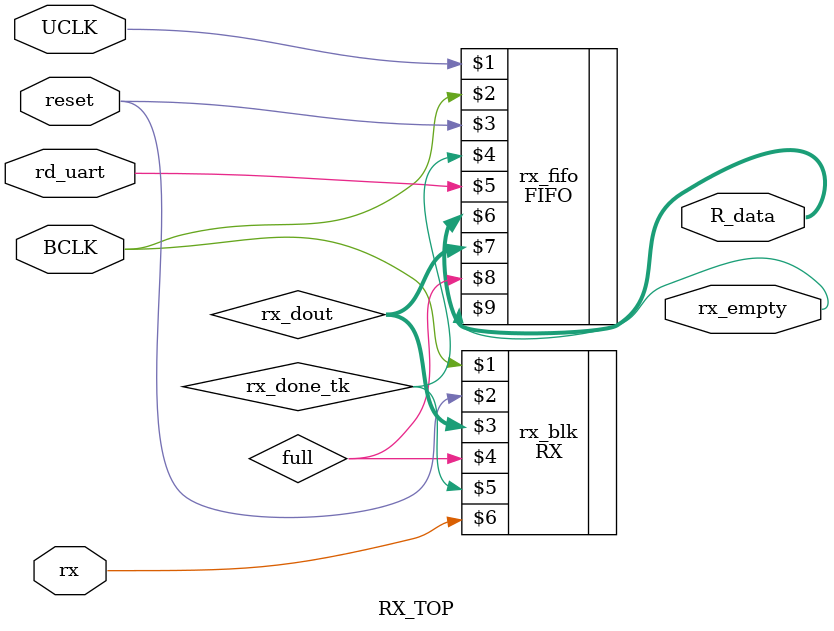
<source format=v>
module RX_TOP(UCLK,BCLK,reset,R_data,rd_uart,rx,rx_empty);
parameter OVERSAMPLE=16;
parameter DATA_WIDTH=8;
parameter DATA_BITS=$clog2(DATA_WIDTH);

input UCLK,BCLK,reset;
input rx;
input rd_uart;

output rx_empty;
output [DATA_WIDTH-1:0] R_data;

wire rx_done_tk;
wire [DATA_WIDTH-1:0] rx_dout;
wire full;

RX rx_blk (BCLK,reset,rx_dout,full,rx_done_tk,rx);
	FIFO rx_fifo (UCLK,BCLK,reset,rx_done_tk,rd_uart,R_data,rx_dout,full,rx_empty);
endmodule

</source>
